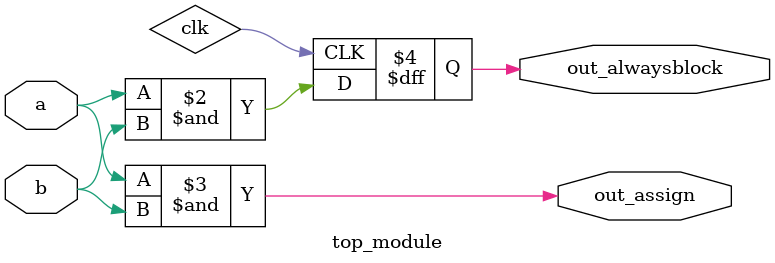
<source format=v>
module top_module(
    input a, 
    input b,
    output wire out_assign,
    output reg out_alwaysblock
);

    always @(posedge clk) begin
        out_alwaysblock <= a & b;
    end

    assign out_assign = a & b;

endmodule
</source>
